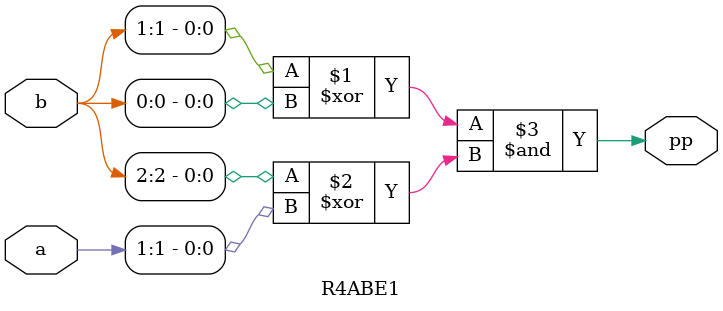
<source format=v>
module R4ABE1
(
   input  [1:0] a,
   input  [2:0] b,
   output pp
);

	assign pp = (b[1]^b[0])&(b[2]^a[1]);
	
endmodule
</source>
